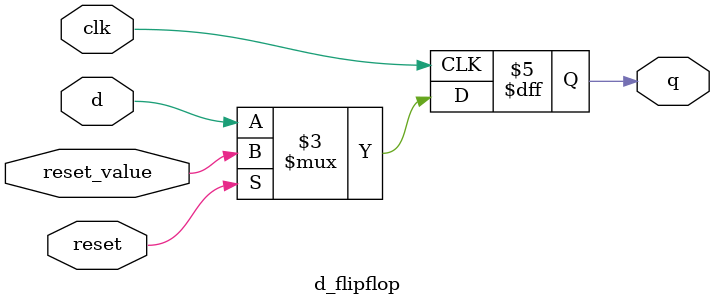
<source format=v>
module d_flipflop (input clk, input reset, input reset_value,input d, output reg q);
  always @(posedge clk)
    begin
      if (reset)
        q <= reset_value;
      else
        q <= d;
    end
endmodule


</source>
